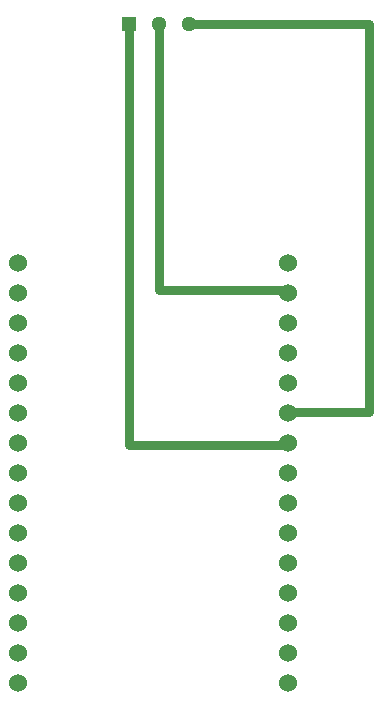
<source format=gbl>
G04 Layer: BottomLayer*
G04 EasyEDA v6.5.46, 2025-03-12 12:44:04*
G04 43a005aebb1148eda2c6f0889f11ea4c,3f48c7b914b54ba696cb8a095b2acdd1,10*
G04 Gerber Generator version 0.2*
G04 Scale: 100 percent, Rotated: No, Reflected: No *
G04 Dimensions in inches *
G04 leading zeros omitted , absolute positions ,3 integer and 6 decimal *
%FSLAX36Y36*%
%MOIN*%

%ADD10C,0.0300*%
%ADD11C,0.0600*%
%ADD12C,0.0510*%
%ADD13R,0.0510X0.0510*%

%LPD*%
D10*
X2098699Y-183400D02*
G01*
X2700000Y-183400D01*
X2700000Y-1475000D01*
X2435000Y-1475000D01*
X2430000Y-1480000D01*
X1998699Y-183400D02*
G01*
X1998699Y-1070000D01*
X2440000Y-1070000D01*
X2430000Y-1080000D01*
X1898800Y-183800D02*
G01*
X1898800Y-1585000D01*
X2425000Y-1585000D01*
X2430000Y-1580000D01*
D11*
G01*
X2430000Y-2380000D03*
G01*
X2430000Y-2280000D03*
G01*
X2430000Y-2180000D03*
G01*
X2430000Y-2080000D03*
G01*
X2430000Y-1980000D03*
G01*
X2430000Y-1880000D03*
G01*
X2430000Y-1780000D03*
G01*
X2430000Y-1680000D03*
G01*
X2430000Y-1580000D03*
G01*
X2430000Y-1480000D03*
G01*
X2430000Y-1380000D03*
G01*
X2430000Y-1280000D03*
G01*
X2430000Y-1180000D03*
G01*
X2430000Y-1080000D03*
G01*
X2430000Y-980000D03*
G01*
X1530000Y-980000D03*
G01*
X1530000Y-1080000D03*
G01*
X1530000Y-1180000D03*
G01*
X1530000Y-1280000D03*
G01*
X1530000Y-1380000D03*
G01*
X1530000Y-1480000D03*
G01*
X1530000Y-1580000D03*
G01*
X1530000Y-1680000D03*
G01*
X1530000Y-1780000D03*
G01*
X1530000Y-1880000D03*
G01*
X1530000Y-1980000D03*
G01*
X1530000Y-2080000D03*
G01*
X1530000Y-2180000D03*
G01*
X1530000Y-2280000D03*
G01*
X1530000Y-2380000D03*
D12*
G01*
X2098699Y-183400D03*
G01*
X1998699Y-183400D03*
D13*
G01*
X1898779Y-183780D03*
M02*

</source>
